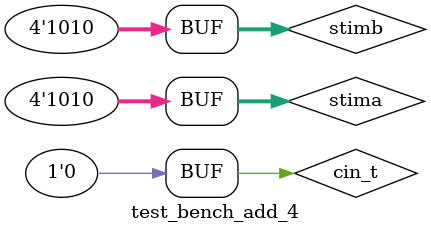
<source format=v>
module Full_Adder(
	input a,b,
	input cin,
	output s,
	output cout
);
assign s=a ^ b ^ cin;
assign cout=(a ^ b)& cin | (a & b);
endmodule
module add_4_bit(
	input [3:0] a,b,
	input cin_,
	output [3:0] s1,
	output cout_
);
	wire [3:0]im_c;
	Full_Adder add(
			.a(a[0]),
			.b(b[0]),
			.cin(cin_),
			.s(s1[0]),
			.cout(im_c[0])
		);
genvar i;
generate
	for(i=1;i<4;i=i+1) begin :hehe
			Full_Adder add1(
			.a(a[i]),
			.b(b[i]),
			.cin(im_c[i-1]),
			.s(s1[i]),
			.cout(im_c[i])
		);
		end
endgenerate
assign	cout_=im_c[3];
endmodule
`timescale 1ns/1ps
module test_bench_add_4();
reg [3:0]stima,stimb;
reg cin_t;
wire [3:0] s_t;
wire cout_t;
add_4_bit adder(
	.a(stima),
	.b(stimb),
	.cin_(cin_t),
	.s1(s_t),
	.cout_(cout_t)
);
initial 
begin 
		stima=4'b0100;
		stimb=4'b0111;
		cin_t=0;
		#10
		stima=4'b1010;
		stimb=4'b1010;
		cin_t=0;
		#10;
end
endmodule
</source>
